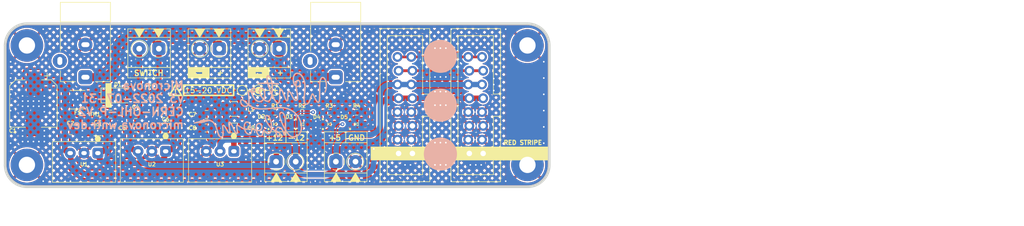
<source format=kicad_pcb>
(kicad_pcb (version 20211014) (generator pcbnew)
  (title_block (title "Micronova") (date "2022-07-31") (rev "v3") (company "Winterbloom") (comment 1 "Alethea Flowers") (comment 2 "CERN-OHL-P V2") (comment 3 "micronova.wntr.dev"))
  (layers (0 "F.Cu" signal) (31 "B.Cu" signal) (34 "B.Paste" user) (35 "F.Paste" user) (36 "B.SilkS" user "B.Silkscreen") (37 "F.SilkS" user "F.Silkscreen") (38 "B.Mask" user) (39 "F.Mask" user) (44 "Edge.Cuts" user))
  (net 0 "")
  (net 1 "GND")
  (net 2 "+12V")
  (net 3 "-12V")
  (net 4 "+5V")
  (net 5 "Net-(D1-Pad1)")
  (net 6 "Net-(D1-Pad2)")
  (net 7 "Net-(C9-Pad1)")
  (net 8 "Net-(D2-Pad1)")
  (net 9 "+VDC")
  (net 10 "+15V")
  (net 11 "Net-(D3-Pad1)")
  (net 12 "Net-(D4-Pad1)")
  (net 15 "/CV")
  (net 16 "/GATE")
  (net 17 "Net-(D5-Pad1)")
  (footprint "Diode_SMD:D_SOD-128" (layer "F.Cu") (at 79.2 106.275)
    (fp_text reference "D1")
    (fp_text value "BARRIER")
  )
  (footprint "winterbloom:TerminalBlock_4UCON_1x02_P3.50mm_Horizontal" (layer "F.Cu") (at 86.7 97.675 180)
    (fp_text reference "SW1" hide)
    (fp_text value "ON/OFF" hide)
  )
  (footprint "Jumper:SolderJumper-2_P1.3mm_Bridged2Bar_RoundedPad1.0x1.5mm" (layer "F.Cu") (at 85 105.675 180)
    (fp_text reference "JP1" hide)
    (fp_text value "SWITCH" hide)
  )
  (footprint "Resistor_SMD:R_1812_4532Metric_Pad1.30x3.40mm_HandSolder" (layer "F.Cu") (at 71.8 107.075 180)
    (fp_text reference "F1")
    (fp_text value "1.5A")
  )
  (footprint "winterbloom:TerminalBlock_4UCON_1x02_P3.50mm_Horizontal" (layer "F.Cu") (at 108.35 118.475)
    (fp_text reference "J3" hide)
    (fp_text value "DC OUT" hide)
  )
  (footprint "winterbloom:LED_0805_Kingbright_APT2012" (layer "F.Cu") (at 108.1 111.575)
    (fp_text reference "D2")
    (fp_text value "+12V" hide)
  )
  (footprint "Capacitor_SMD:C_1206_3216Metric_Pad1.33x1.80mm_HandSolder" (layer "F.Cu") (at 88 112.275 180)
    (fp_text reference "C6")
    (fp_text value "10u")
  )
  (footprint "winterbloom:LED_0805_Kingbright_APT2012" (layer "F.Cu") (at 118.1 111.575)
    (fp_text reference "D4")
    (fp_text value "5V" hide)
  )
  (footprint "winterbloom:TerminalBlock_4UCON_1x02_P3.50mm_Horizontal" (layer "F.Cu") (at 97.8 97.675 180)
    (fp_text reference "J2" hide)
    (fp_text value "DC THRU" hide)
  )
  (footprint "MountingHole:MountingHole_3mm_Pad" (layer "F.Cu") (at 154.5 97.075)
    (fp_text reference "H3" hide)
    (fp_text value "GND")
  )
  (footprint "Capacitor_SMD:CP_Elec_8x10.5" (layer "F.Cu") (at 63.7 107.775 -90)
    (fp_text reference "C1")
    (fp_text value "100u")
  )
  (footprint "winterbloom:LED_0805_Kingbright_APT2012" (layer "F.Cu") (at 123.1 111.575)
    (fp_text reference "D5")
    (fp_text value "DC IN" hide)
  )
  (footprint "Resistor_SMD:R_0805_2012Metric_Pad1.20x1.40mm_HandSolder" (layer "F.Cu") (at 77.9 109.725)
    (fp_text reference "TH1")
    (fp_text value "MOV")
  )
  (footprint "winterbloom:Converter_DCDC_CUI_P78E-1000_THT" (layer "F.Cu") (at 88 116.575 180)
    (fp_text reference "U2")
    (fp_text value "P78E12-1000")
  )
  (footprint "Capacitor_SMD:C_0805_2012Metric_Pad1.18x1.45mm_HandSolder" (layer "F.Cu") (at 95.5 112.275)
    (fp_text reference "C8")
    (fp_text value "4.7u")
  )
  (footprint "winterbloom:Converter_DCDC_CUI_VX78-500_THT" (layer "F.Cu") (at 75.54 116.9 180)
    (fp_text reference "U1")
    (fp_text value "VX7805-500")
  )
  (footprint "Resistor_SMD:R_0603_1608Metric_Pad0.98x0.95mm_HandSolder" (layer "F.Cu") (at 113.1 109.375 180)
    (fp_text reference "R2")
    (fp_text value "5.1k")
  )
  (footprint "Resistor_SMD:R_0603_1608Metric_Pad0.98x0.95mm_HandSolder" (layer "F.Cu") (at 123.1 109.375)
    (fp_text reference "R4")
    (fp_text value "5.1k")
  )
  (footprint "Resistor_SMD:R_0603_1608Metric_Pad0.98x0.95mm_HandSolder" (layer "F.Cu") (at 108.1 109.375 180)
    (fp_text reference "R1")
    (fp_text value "5.1k")
  )
  (footprint "Symbol:Symbol_Barrel_Polarity" (layer "F.Cu") (at 105.1 105.275)
    (fp_text reference "POLARITY" hide)
    (fp_text value "Symbol_Barrel_Polarity")
  )
  (footprint "winterbloom:LED_0805_Kingbright_APT2012" (layer "F.Cu") (at 113.1 111.575)
    (fp_text reference "D3")
    (fp_text value "-12V" hide)
  )
  (footprint "Capacitor_SMD:C_0805_2012Metric_Pad1.18x1.45mm_HandSolder" (layer "F.Cu") (at 82.5 112.275)
    (fp_text reference "C5")
    (fp_text value "4.7u")
  )
  (footprint "winterbloom:Eurorack_Power_2x8_Shrouded_Lock" (layer "F.Cu") (at 133.2525 116.965 180)
    (fp_text reference "J7" hide)
    (fp_text value "Eurorack Power" hide)
  )
  (footprint "Resistor_SMD:R_0603_1608Metric_Pad0.98x0.95mm_HandSolder" (layer "F.Cu") (at 118.1 109.375)
    (fp_text reference "R3")
    (fp_text value "5.1k")
  )
  (footprint "MountingHole:MountingHole_3mm_Pad" (layer "F.Cu") (at 62.5 97.075 -90)
    (fp_text reference "H1" hide)
    (fp_text value "GND")
  )
  (footprint "Capacitor_SMD:C_1206_3216Metric_Pad1.33x1.80mm_HandSolder" (layer "F.Cu") (at 75.5 112.775 180)
    (fp_text reference "C3")
    (fp_text value "10u")
  )
  (footprint "MountingHole:MountingHole_3mm_Pad" (layer "F.Cu") (at 62.5 119.075)
    (fp_text reference "H2" hide)
    (fp_text value "GND")
  )
  (footprint "winterbloom:TerminalBlock_4UCON_1x02_P3.50mm_Horizontal" (layer "F.Cu") (at 119.34 118.475)
    (fp_text reference "J6" hide)
    (fp_text value "DC OUT" hide)
  )
  (footprint "winterbloom:Eurorack_Power_2x8_Shrouded_Lock" (layer "F.Cu") (at 146.2525 116.965 180)
    (fp_text reference "J8" hide)
    (fp_text value "Eurorack Power" hide)
  )
  (footprint "winterbloom:Converter_DCDC_CUI_P78E-1000_THT" (layer "F.Cu") (at 100.54 116.5675 180)
    (fp_text reference "U3")
    (fp_text value "P78E12-1000")
  )
  (footprint "Inductor_SMD:L_1210_3225Metric_Pad1.42x2.65mm_HandSolder" (layer "F.Cu") (at 100.5 108.775 180)
    (fp_text reference "L1")
    (fp_text value "10uH")
  )
  (footprint "Capacitor_SMD:C_0805_2012Metric_Pad1.18x1.45mm_HandSolder" (layer "F.Cu") (at 95.5 109.775)
    (fp_text reference "C7")
    (fp_text value "22u")
  )
  (footprint "Capacitor_SMD:C_0805_2012Metric_Pad1.18x1.45mm_HandSolder" (layer "F.Cu") (at 82.5 109.775)
    (fp_text reference "C4")
    (fp_text value "22u")
  )
  (footprint "winterbloom:BarrelJack_CUI_PJ-102AH_Horizontal" (layer "F.Cu") (at 119.25 102.925 180)
    (fp_text reference "J5" hide)
    (fp_text value "DC IN")
  )
  (footprint "winterbloom:BarrelJack_CUI_PJ-102AH_Horizontal" (layer "F.Cu") (at 73.25 102.925 180)
    (fp_text reference "J1" hide)
    (fp_text value "DC THRU")
  )
  (footprint "winterbloom:TerminalBlock_4UCON_1x02_P3.50mm_Horizontal" (layer "F.Cu") (at 108.8 97.675 180)
    (fp_text reference "J4" hide)
    (fp_text value "DC IN" hide)
  )
  (footprint "Capacitor_SMD:C_0805_2012Metric_Pad1.18x1.45mm_HandSolder" (layer "F.Cu") (at 70.5 112.775)
    (fp_text reference "C2")
    (fp_text value "22u")
  )
  (footprint "MountingHole:MountingHole_3mm_Pad" (layer "F.Cu") (at 154.5 119.075 -90)
    (fp_text reference "H4" hide)
    (fp_text value "GND")
  )
  (footprint "Capacitor_SMD:C_1206_3216Metric_Pad1.33x1.80mm_HandSolder" (layer "F.Cu") (at 100.5 112.275)
    (fp_text reference "C9")
    (fp_text value "10u")
  )
  (footprint "LOGO" (layer "B.Cu") (at 105.4 108.075 180)
    (fp_text reference "WNTR" hide)
    (fp_text value "LOGO" hide)
  )
  (footprint "Symbol:OSHW-Logo_5.7x6mm_Copper" (layer "B.Cu") (at 154.5 111.075 180)
    (fp_text reference "OSHW" hide)
    (fp_text value "OSHW-Logo_5.7x6mm_Copper" hide)
  )
  (gr_circle (center 138.5 108.075) (end 141.5 108.075) (layer "B.SilkS") (width 0.1) (fill solid))
  (gr_circle (center 138.5 99.075) (end 141.5 99.075) (layer "B.SilkS") (width 0.1) (fill solid))
  (gr_circle (center 138.5 117.075) (end 141.5 117.075) (layer "B.SilkS") (width 0.1) (fill solid))
  (gr_rect (start 106.19 115.015) (end 110.1 112.975) (layer "F.SilkS") (width 0.12) (fill none))
  (gr_rect (start 121.1 112.975) (end 125 115.015) (layer "F.SilkS") (width 0.12) (fill none))
  (gr_rect (start 110.1 115.015) (end 114.01 112.975) (layer "F.SilkS") (width 0.12) (fill none))
  (gr_rect (start 117.17 115.015) (end 121.1 112.975) (layer "F.SilkS") (width 0.12) (fill none))
  (gr_rect (start 94.7 101.155) (end 96.06 103.07) (layer "F.SilkS") (width 0) (fill solid))
  (gr_rect (start 103.16 102.275) (end 106.96 103.075) (layer "F.SilkS") (width 0) (fill solid))
  (gr_rect (start 125.75 115.775) (end 158.5 118.175) (layer "F.SilkS") (width 0.12) (fill solid))
  (gr_rect (start 92.17 102.295) (end 95.97 103.095) (layer "F.SilkS") (width 0) (fill solid))
  (gr_rect (start 81.04 103.045) (end 88.86 101.135) (layer "F.SilkS") (width 0.12) (fill none))
  (gr_poly (pts (xy 90.9 106.275) (xy 88.7 106.275) (xy 89.8 104.375)) (layer "F.SilkS") (width 0.3) (fill none))
  (gr_rect (start 103.14 101.135) (end 107.05 101.975) (layer "F.SilkS") (width 0) (fill solid))
  (gr_rect (start 92.14 103.075) (end 99.96 101.135) (layer "F.SilkS") (width 0.12) (fill none))
  (gr_rect (start 103.14 101.135) (end 104.56 103.05) (layer "F.SilkS") (width 0) (fill solid))
  (gr_rect (start 92.15 101.155) (end 93.57 103.07) (layer "F.SilkS") (width 0) (fill solid))
  (gr_rect (start 103.14 103.075) (end 110.96 101.135) (layer "F.SilkS") (width 0.12) (fill none))
  (gr_rect (start 92.15 101.155) (end 96.06 101.995) (layer "F.SilkS") (width 0) (fill solid))
  (gr_rect (start 91.3 104.375) (end 100.5 106.275) (layer "F.SilkS") (width 0.3) (fill none))
  (gr_rect (start 105.69 101.135) (end 107.05 103.05) (layer "F.SilkS") (width 0) (fill solid))
  (gr_line (start 154.5 93.075) (end 62.5 93.075) (layer "Edge.Cuts") (width 0.5))
  (gr_arc (start 58.5 97.075) (mid 59.671573 94.246573) (end 62.5 93.075) (layer "Edge.Cuts") (width 0.5))
  (gr_arc (start 158.5 119.1) (mid 157.328427 121.928427) (end 154.5 123.1) (layer "Edge.Cuts") (width 0.5))
  (gr_arc (start 154.5 93.075) (mid 157.328427 94.246573) (end 158.5 97.075) (layer "Edge.Cuts") (width 0.5))
  (gr_line (start 58.5 97.075) (end 58.5 119.1) (layer "Edge.Cuts") (width 0.5))
  (gr_line (start 62.5 123.1) (end 154.5 123.1) (layer "Edge.Cuts") (width 0.5))
  (gr_arc (start 62.5 123.1) (mid 59.671573 121.928427) (end 58.5 119.1) (layer "Edge.Cuts") (width 0.5))
  (gr_line (start 158.5 119.1) (end 158.5 97.075) (layer "Edge.Cuts") (width 0.5))
  (gr_text "${TITLE}\n${REVISION} ${ISSUE_DATE}\n${COMMENT2}\n${COMMENT3}" (at 91.5 108.075) (layer "B.SilkS") (effects (font (size 1.5 1.5) (thickness 0.3)) (justify left mirror)))
  (gr_text "SWITCH" (at 84.9 102.175) (layer "F.SilkS") (effects (font (size 1 1) (thickness 0.2))))
  (gr_text "+12" (at 108 114.075) (layer "F.SilkS") (effects (font (size 1 1) (thickness 0.2))))
  (gr_text "+" (at 109.06 102.075) (layer "F.SilkS") (effects (font (size 1 1) (thickness 0.2))))
  (gr_text "GND" (at 123.1 114.075) (layer "F.SilkS") (effects (font (size 1 1) (thickness 0.2))))
  (gr_text "15-20 VDC" (at 100.3 105.375) (layer "F.SilkS") (effects (font (size 1 1)) (justify right)))
  (gr_text "+5" (at 119.1 114.075) (layer "F.SilkS") (effects (font (size 1 1) (thickness 0.2))))
  (gr_text "+" (at 98.05 102.075) (layer "F.SilkS") (effects (font (size 1 1) (thickness 0.2))))
  (gr_text "RED STRIPE" (at 153.65 114.975) (layer "F.SilkS") (effects (font (size 0.8 0.8) (thickness 0.2))))
  (gr_text "-12" (at 112 114.075) (layer "F.SilkS") (effects (font (size 1 1) (thickness 0.2))))
  (gr_text "!" (at 89.8 105.575) (layer "F.SilkS") (effects (font (size 0.7 0.7))))
  (via (at 126.1 106.375) (size 0.7) (drill 0.3) (layers "F.Cu" "B.Cu") (net 1))
  (via (at 94.45 108.325) (size 0.7) (drill 0.3) (layers "F.Cu" "B.Cu") (net 1))
  (via (at 72.7 112.775) (size 0.7) (drill 0.3) (layers "F.Cu" "B.Cu") (net 1))
  (via (at 90.5 122.075) (size 0.7) (drill 0.3) (layers "F.Cu" "B.Cu") (net 1))
  (via (at 113.15 116.075) (size 0.7) (drill 0.3) (layers "F.Cu" "B.Cu") (net 1))
  (via (at 115.6 113.675) (size 0.7) (drill 0.3) (layers "F.Cu" "B.Cu") (net 1))
  (via (at 90.5 97.275) (size 0.7) (drill 0.3) (layers "F.Cu" "B.Cu") (net 1))
  (via (at 148.3 105.375) (size 0.7) (drill 0.3) (layers "F.Cu" "B.Cu") (net 1))
  (via (at 61.7 107.325) (size 0.7) (drill 0.3) (layers "F.Cu" "B.Cu") (net 1))
  (via (at 120.5 122.075) (size 0.7) (drill 0.3) (layers "F.Cu" "B.Cu") (net 1))
  (via (at 61.7 114.775) (size 0.7) (drill 0.3) (layers "F.Cu" "B.Cu") (net 1))
  (via (at 80 111.075) (size 0.7) (drill 0.3) (layers "F.Cu" "B.Cu") (net 1))
  (via (at 150.5 94.075) (size 0.7) (drill 0.3) (layers "F.Cu" "B.Cu") (net 1))
  (via (at 137.5 97.575) (size 0.7) (drill 0.3) (layers "F.Cu" "B.Cu") (net 1))
  (via (at 59.5 106.075) (size 0.7) (drill 0.3) (layers "F.Cu" "B.Cu") (net 1))
  (via (at 84.9 112.275) (size 0.7) (drill 0.3) (layers "F.Cu" "B.Cu") (net 1))
  (via (at 121.35 102.925) (size 0.7) (drill 0.3) (layers "F.Cu" "B.Cu") (net 1))
  (via (at 77.4 119.825) (size 0.7) (drill 0.3) (layers "F.Cu" "B.Cu") (net 1))
  (via (at 115.6 112.175) (size 0.7) (drill 0.3) (layers "F.Cu" "B.Cu") (net 1))
  (via (at 139.5 108.075) (size 0.7) (drill 0.3) (layers "F.Cu" "B.Cu") (net 1))
  (via (at 157.5 115.075) (size 0.7) (drill 0.3) (layers "F.Cu" "B.Cu") (net 1))
  (via (at 157.5 109.075) (size 0.7) (drill 0.3) (layers "F.Cu" "B.Cu") (net 1))
  (via (at 100.6 112.25) (size 0.7) (drill 0.3) (layers "F.Cu" "B.Cu") (net 1))
  (via (at 102.75 118.075) (size 0.7) (drill 0.3) (layers "F.Cu" "B.Cu") (net 1))
  (via (at 88.3 99.875) (size 0.7) (drill 0.3) (layers "F.Cu" "B.Cu") (net 1))
  (via (at 65.7 106.375) (size 0.7) (drill 0.3) (layers "F.Cu" "B.Cu") (net 1))
  (via (at 93.15 108.925) (size 0.7) (drill 0.3) (layers "F.Cu" "B.Cu") (net 1))
  (via (at 61.7 108.275) (size 0.7) (drill 0.3) (layers "F.Cu" "B.Cu") (net 1))
  (via (at 135.5 94.075) (size 0.7) (drill 0.3) (layers "F.Cu" "B.Cu") (net 1))
  (via (at 61.7 109.275) (size 0.7) (drill 0.3) (layers "F.Cu" "B.Cu") (net 1))
  (via (at 135.5 122.075) (size 0.7) (drill 0.3) (layers "F.Cu" "B.Cu") (net 1))
  (via (at 70.95 107.075) (size 0.7) (drill 0.3) (layers "F.Cu" "B.Cu") (net 1))
  (via (at 88.3 101.875) (size 0.7) (drill 0.3) (layers "F.Cu" "B.Cu") (net 1))
  (via (at 139.5 97.575) (size 0.7) (drill 0.3) (layers "F.Cu" "B.Cu") (net 1))
  (via (at 140.5 94.075) (size 0.7) (drill 0.3) (layers "F.Cu" "B.Cu") (net 1))
  (via (at 128.05 102.975) (size 0.7) (drill 0.3) (layers "F.Cu" "B.Cu") (net 1))
  (via (at 59.5 103.075) (size 0.7) (drill 0.3) (layers "F.Cu" "B.Cu") (net 1))
  (via (at 115.6 106.375) (size 0.7) (drill 0.3) (layers "F.Cu" "B.Cu") (net 1))
  (via (at 64.7 114.775) (size 0.7) (drill 0.3) (layers "F.Cu" "B.Cu") (net 1))
  (via (at 59.5 109.075) (size 0.7) (drill 0.3) (layers "F.Cu" "B.Cu") (net 1))
  (via (at 86.4 110.575) (size 0.7) (drill 0.3) (layers "F.Cu" "B.Cu") (net 1))
  (via (at 115.6 116.075) (size 0.7) (drill 0.3) (layers "F.Cu" "B.Cu") (net 1))
  (via (at 114.2 119.775) (size 0.7) (drill 0.3) (layers "F.Cu" "B.Cu") (net 1))
  (via (at 138.5 102.875) (size 0.7) (drill 0.3) (layers "F.Cu" "B.Cu") (net 1))
  (via (at 133 119.075) (size 0.7) (drill 0.3) (layers "F.Cu" "B.Cu") (net 1))
  (via (at 63.7 108.275) (size 0.7) (drill 0.3) (layers "F.Cu" "B.Cu") (net 1))
  (via (at 77.575 96.175) (size 0.7) (drill 0.3) (layers "F.Cu" "B.Cu") (net 1))
  (via (at 65.7 113.775) (size 0.7) (drill 0.3) (layers "F.Cu" "B.Cu") (net 1))
  (via (at 130.5 94.075) (size 0.7) (drill 0.3) (layers "F.Cu" "B.Cu") (net 1))
  (via (at 117.3 104.875) (size 0.7) (drill 0.3) (layers "F.Cu" "B.Cu") (net 1))
  (via (at 138.5 119.075) (size 0.7) (drill 0.3) (layers "F.Cu" "B.Cu") (net 1))
  (via (at 75.5 122.075) (size 0.7) (drill 0.3) (layers "F.Cu" "B.Cu") (net 1))
  (via (at 145.5 94.075) (size 0.7) (drill 0.3) (layers "F.Cu" "B.Cu") (net 1))
  (via (at 65.7 114.775) (size 0.7) (drill 0.3) (layers "F.Cu" "B.Cu") (net 1))
  (via (at 132 119.075) (size 0.7) (drill 0.3) (layers "F.Cu" "B.Cu") (net 1))
  (via (at 59.5 115.075) (size 0.7) (drill 0.3) (layers "F.Cu" "B.Cu") (net 1))
  (via (at 150.5 122.075) (size 0.7) (drill 0.3) (layers "F.Cu" "B.Cu") (net 1))
  (via (at 59.5 100.075) (size 0.7) (drill 0.3) (layers "F.Cu" "B.Cu") (net 1))
  (via (at 65.5 122.075) (size 0.7) (drill 0.3) (layers "F.Cu" "B.Cu") (net 1))
  (via (at 62.7 114.775) (size 0.7) (drill 0.3) (layers "F.Cu" "B.Cu") (net 1))
  (via (at 115.6 111.025) (size 0.7) (drill 0.3) (layers "F.Cu" "B.Cu") (net 1))
  (via (at 120.7 106.375) (size 0.7) (drill 0.3) (layers "F.Cu" "B.Cu") (net 1))
  (via (at 138.5 114.975) (size 0.7) (drill 0.3) (layers "F.Cu" "B.Cu") (net 1))
  (via (at 112.05 100.225) (size 0.7) (drill 0.3) (layers "F.Cu" "B.Cu") (net 1))
  (via (at 80.5 94.075) (size 0.7) (drill 0.3) (layers "F.Cu" "B.Cu") (net 1))
  (via (at 61.7 106.375) (size 0.7) (drill 0.3) (layers "F.Cu" "B.Cu") (net 1))
  (via (at 84.9 113.575) (size 0.7) (drill 0.3) (layers "F.Cu" "B.Cu") (net 1))
  (via (at 89.45 106.125) (size 0.7) (drill 0.3) (layers "F.Cu" "B.Cu") (net 1))
  (via (at 139.5 119.075) (size 0.7) (drill 0.3) (layers "F.Cu" "B.Cu") (net 1))
  (via (at 103.5 111.325) (size 0.7) (drill 0.3) (layers "F.Cu" "B.Cu") (net 1))
  (via (at 89.5 118.075) (size 0.7) (drill 0.3) (layers "F.Cu" "B.Cu") (net 1))
  (via (at 137.5 114.975) (size 0.7) (drill 0.3) (layers "F.Cu" "B.Cu") (net 1))
  (via (at 118.1 113.675) (size 0.7) (drill 0.3) (layers "F.Cu" "B.Cu") (net 1))
  (via (at 87.7 106.675) (size 0.7) (drill 0.3) (layers "F.Cu" "B.Cu") (net 1))
  (via (at 102 105.325) (size 0.7) (drill 0.3) (layers "F.Cu" "B.Cu") (net 1))
  (via (at 91 112.275) (size 0.7) (drill 0.3) (layers "F.Cu" "B.Cu") (net 1))
  (via (at 137.5 108.075) (size 0.7) (drill 0.3) (layers "F.Cu" "B.Cu") (net 1))
  (via (at 106 109.175) (size 0.7) (drill 0.3) (layers "F.Cu" "B.Cu") (net 1))
  (via (at 157.5 112.075) (size 0.7) (drill 0.3) (layers "F.Cu" "B.Cu") (net 1))
  (via (at 118.1 116.075) (size 0.7) (drill 0.3) (layers "F.Cu" "B.Cu") (net 1))
  (via (at 125.5 94.075) (size 0.7) (drill 0.3) (layers "F.Cu" "B.Cu") (net 1))
  (via (at 157.5 103.075) (size 0.7) (drill 0.3) (layers "F.Cu" "B.Cu") (net 1))
  (via (at 146 119.075) (size 0.7) (drill 0.3) (layers "F.Cu" "B.Cu") (net 1))
  (via (at 84.9 108.975) (size 0.7) (drill 0.3) (layers "F.Cu" "B.Cu") (net 1))
  (via (at 65.7 107.325) (size 0.7) (drill 0.3) (layers "F.Cu" "B.Cu") (net 1))
  (via (at 61.7 113.775) (size 0.7) (drill 0.3) (layers "F.Cu" "B.Cu") (net 1))
  (via (at 145.5 122.075) (size 0.7) (drill 0.3) (layers "F.Cu" "B.Cu") (net 1))
  (via (at 65.7 112.775) (size 0.7) (drill 0.3) (layers "F.Cu" "B.Cu") (net 1))
  (via (at 101.65 97.275) (size 0.7) (drill 0.3) (layers "F.Cu" "B.Cu") (net 1))
  (via (at 107.1 100.375) (size 0.7) (drill 0.3) (layers "F.Cu" "B.Cu") (net 1))
  (via (at 79.25 106.275) (size 0.7) (drill 0.3) (layers "F.Cu" "B.Cu") (net 1))
  (via (at 81.7 103.675) (size 0.7) (drill 0.3) (layers "F.Cu" "B.Cu") (net 1))
  (via (at 65.7 108.275) (size 0.7) (drill 0.3) (layers "F.Cu" "B.Cu") (net 1))
  (via (at 139.5 114.975) (size 0.7) (drill 0.3) (layers "F.Cu" "B.Cu") (net 1))
  (via (at 138.5 97.575) (size 0.7) (drill 0.3) (layers "F.Cu" "B.Cu") (net 1))
  (via (at 120.25 109.375) (size 0.7) (drill 0.3) (layers "F.Cu" "B.Cu") (net 1))
  (via (at 157.5 100.075) (size 0.7) (drill 0.3) (layers "F.Cu" "B.Cu") (net 1))
  (via (at 62.7 108.275) (size 0.7) (drill 0.3) (layers "F.Cu" "B.Cu") (net 1))
  (via (at 84.9 111.075) (size 0.7) (drill 0.3) (layers "F.Cu" "B.Cu") (net 1))
  (via (at 121.35 101.075) (size 0.7) (drill 0.3) (layers "F.Cu" "B.Cu") (net 1))
  (via (at 144 119.075) (size 0.7) (drill 0.3) (layers "F.Cu" "B.Cu") (net 1))
  (via (at 95.8 107.425) (size 0.7) (drill 0.3) (layers "F.Cu" "B.Cu") (net 1))
  (via (at 145 119.075) (size 0.7) (drill 0.3) (layers "F.Cu" "B.Cu") (net 1))
  (via (at 126.1 111.675) (size 0.7) (drill 0.3) (layers "F.Cu" "B.Cu") (net 1))
  (via (at 103.5 113.125) (size 0.7) (drill 0.3) (layers "F.Cu" "B.Cu") (net 1))
  (via (at 78.6 112.775) (size 0.7) (drill 0.3) (layers "F.Cu" "B.Cu") (net 1))
  (via (at 140.5 122.075) (size 0.7) (drill 0.3) (layers "F.Cu" "B.Cu") (net 1))
  (via (at 65.5 94.075) (size 0.7) (drill 0.3) (layers "F.Cu" "B.Cu") (net 1))
  (via (at 95.8 105.325) (size 0.7) (drill 0.3) (layers "F.Cu" "B.Cu") (net 1))
  (via (at 75.5 112.775) (size 0.7) (drill 0.3) (layers "F.Cu" "B.Cu") (net 1))
  (via (at 71.85 107.075) (size 0.7) (drill 0.3) (layers "F.Cu" "B.Cu") (net 1))
  (via (at 106.2 118.075) (size 0.7) (drill 0.3) (layers "F.Cu" "B.Cu") (net 1))
  (via (at 126.25 116.125) (size 0.7) (drill 0.3) (layers "F.Cu" "B.Cu") (net 1))
  (via (at 115.5 122.075) (size 0.7) (drill 0.3) (layers "F.Cu" "B.Cu") (net 1))
  (via (at 63.7 107.325) (size 0.7) (drill 0.3) (layers "F.Cu" "B.Cu") (net 1))
  (via (at 94.45 113.825) (size 0.7) (drill 0.3) (layers "F.Cu" "B.Cu") (net 1))
  (via (at 148.3 103.175) (size 0.7) (drill 0.3) (layers "F.Cu" "B.Cu") (net 1))
  (via (at 139.5 102.875) (size 0.7) (drill 0.3) (layers "F.Cu" "B.Cu") (net 1))
  (via (at 79.25 117.575) (size 0.7) (drill 0.3) (layers "F.Cu" "B.Cu") (net 1))
  (via (at 113.15 113.675) (size 0.7) (drill 0.3) (layers "F.Cu" "B.Cu") (net 1))
  (via (at 61.7 112.775) (size 0.7) (drill 0.3) (layers "F.Cu" "B.Cu") (net 1))
  (via (at 139.5 105.575) (size 0.7) (drill 0.3) (layers "F.Cu" "B.Cu") (net 1))
  (via (at 93.15 113.375) (size 0.7) (drill 0.3) (layers "F.Cu" "B.Cu") (net 1))
  (via (at 115.5 94.075) (size 0.7) (drill 0.3) (layers "F.Cu" "B.Cu") (net 1))
  (via (at 95.5 122.075) (size 0.7) (drill 0.3) (layers "F.Cu" "B.Cu") (net 1))
  (via (at 64.7 107.325) (size 0.7) (drill 0.3) (layers "F.Cu" "B.Cu") (net 1))
  (via (at 120.5 94.075) (size 0.7) (drill 0.3) (layers "F.Cu" "B.Cu") (net 1))
  (via (at 64.7 108.275) (size 0.7) (drill 0.3) (layers "F.Cu" "B.Cu") (net 1))
  (via (at 65.7 109.275) (size 0.7) (drill 0.3) (layers "F.Cu" "B.Cu") (net 1))
  (via (at 81.3 119.825) (size 0.7) (drill 0.3) (layers "F.Cu" "B.Cu") (net 1))
  (via (at 157.5 106.075) (size 0.7) (drill 0.3) (layers "F.Cu" "B.Cu") (net 1))
  (via (at 63.7 114.775) (size 0.7) (drill 0.3) (layers "F.Cu" "B.Cu") (net 1))
  (via (at 110.5 122.075) (size 0.7) (drill 0.3) (layers "F.Cu" "B.Cu") (net 1))
  (via (at 75.5 94.075) (size 0.7) (drill 0.3) (layers "F.Cu" "B.Cu") (net 1))
  (via (at 80.5 122.075) (size 0.7) (drill 0.3) (layers "F.Cu" "B.Cu") (net 1))
  (via (at 91.7 108.475) (size 0.7) (drill 0.3) (layers "F.Cu" "B.Cu") (net 1))
  (via (at 81.7 101.875) (size 0.7) (drill 0.3) (layers "F.Cu" "B.Cu") (net 1))
  (via (at 70.5 122.075) (size 0.7) (drill 0.3) (layers "F.Cu" "B.Cu") (net 1))
  (via (at 93.15 111.025) (size 0.7) (drill 0.3) (layers "F.Cu" "B.Cu") (net 1))
  (via (at 88.3 103.675) (size 0.7) (drill 0.3) (layers "F.Cu" "B.Cu") (net 1))
  (via (at 100.5 122.075) (size 0.7) (drill 0.3) (layers "F.Cu" "B.Cu") (net 1))
  (via (at 72.7 113.925) (size 0.7) (drill 0.3) (layers "F.Cu" "B.Cu") (net 1))
  (via (at 81.7 100.875) (size 0.7) (drill 0.3) (layers "F.Cu" "B.Cu") (net 1))
  (via (at 105.5 122.075) (size 0.7) (drill 0.3) (layers "F.Cu" "B.Cu") (net 1))
  (via (at 91.75 118.075) (size 0.7) (drill 0.3) (layers "F.Cu" "B.Cu") (net 1))
  (via (at 85.5 122.075) (size 0.7) (drill 0.3) (layers "F.Cu" "B.Cu") (net 1))
  (via (at 115.6 119.775) (size 0.7) (drill 0.3) (layers "F.Cu" "B.Cu") (net 1))
  (via (at 138.5 108.075) (size 0.7) (drill 0.3) (layers "F.Cu" "B.Cu") (net 1))
  (via (at 137.5 119.075) (size 0.7) (drill 0.3) (layers "F.Cu" "B.Cu") (net 1))
  (via (at 59.5 112.075) (size 0.7) (drill 0.3) (layers "F.Cu" "B.Cu") (net 1))
  (via (at 110.65 106.375) (size 0.7) (drill 0.3) (layers "F.Cu" "B.Cu") (net 1))
  (via (at 70.5 94.075) (size 0.7) (drill 0.3) (layers "F.Cu" "B.Cu") (net 1))
  (via (at 130.5 122.075) (size 0.7) (drill 0.3) (layers "F.Cu" "B.Cu") (net 1))
  (via (at 110 94.075) (size 0.7) (drill 0.3) (layers "F.Cu" "B.Cu") (net 1))
  (via (at 81.7 99.875) (size 0.7) (drill 0.3) (layers "F.Cu" "B.Cu") (net 1))
  (via (at 62.7 107.325) (size 0.7) (drill 0.3) (layers "F.Cu" "B.Cu") (net 1))
  (via (at 88.3 100.875) (size 0.7) (drill 0.3) (layers "F.Cu" "B.Cu") (net 1))
  (via (at 121.35 104.875) (size 0.7) (drill 0.3) (layers "F.Cu" "B.Cu") (net 1))
  (via (at 80.55 99.325) (size 0.7) (drill 0.3) (layers "F.Cu" "B.Cu") (net 1))
  (via (at 87.975 112.25) (size 0.7) (drill 0.3) (layers "F.Cu" "B.Cu") (net 1))
  (via (at 148.3 104.275) (size 0.7) (drill 0.3) (layers "F.Cu" "B.Cu") (net 1))
  (via (at 116.9 119.775) (size 0.7) (drill 0.3) (layers "F.Cu" "B.Cu") (net 1))
  (via (at 137.5 105.575) (size 0.7) (drill 0.3) (layers "F.Cu" "B.Cu") (net 1))
  (via (at 125.5 122.075) (size 0.7) (drill 0.3) (layers "F.Cu" "B.Cu") (net 1))
  (via (at 138.5 105.575) (size 0.7) (drill 0.3) (layers "F.Cu" "B.Cu") (net 1))
  (via (at 86.4 109.125) (size 0.7) (drill 0.3) (layers "F.Cu" "B.Cu") (net 1))
  (via (at 137.5 102.875) (size 0.7) (drill 0.3) (layers "F.Cu" "B.Cu") (net 1))
  (segment (start 108.35 115.425) (end 108.35 112.5) (width 0.2) (layer "F.Cu") (net 2))
  (segment (start 127.45 113.025) (end 127.45 108.525) (width 1) (layer "F.Cu") (net 2))
  (segment (start 109.75 114.875) (end 125.6 114.875) (width 1) (layer "F.Cu") (net 2))
  (segment (start 81.4625 115.0775) (end 81.4625 112.275) (width 1) (layer "F.Cu") (net 2))
  (segment (start 108.35 118.475) (end 108.35 116.275) (width 1) (layer "F.Cu") (net 2))
  (segment (start 129.17 106.805) (end 130.7125 106.805) (width 1) (layer "F.Cu") (net 2))
  (segment (start 81.4625 109.775) (end 81.4625 112.275) (width 1) (layer "F.Cu") (net 2))
  (segment (start 130.7125 106.805) (end 146.2525 106.805) (width 1) (layer "F.Cu") (net 2))
  (arc (start 82.96 116.575) (mid 81.901108 116.136392) (end 81.4625 115.0775) (width 1) (layer "F.Cu") (net 2))
  (arc (start 125.6 114.875) (mid 126.908148 114.333148) (end 127.45 113.025) (width 1) (layer "F.Cu") (net 2))
  (arc (start 108.35 116.275) (mid 108.760051 115.285051) (end 109.75 114.875) (width 1) (layer "F.Cu") (net 2))
  (arc (start 108.35 112.5) (mid 108.620926 111.845926) (end 109.275 111.575) (width 0.2) (layer "F.Cu") (net 2))
  (arc (start 127.45 108.525) (mid 127.953776 107.308776) (end 129.17 106.805) (width 1) (layer "F.Cu") (net 2))
  (segment (start 82.96 116.575) (end 82.96 116.735) (width 1) (layer "B.Cu") (net 2))
  (segment (start 85.4 119.175) (end 107.65 119.175) (width 1) (layer "B.Cu") (net 2))
  (arc (start 107.65 119.175) (mid 108.144975 118.969975) (end 108.35 118.475) (width 1) (layer "B.Cu") (net 2))
  (arc (start 82.96 116.735) (mid 83.674659 118.460341) (end 85.4 119.175) (width 1) (layer "B.Cu") (net 2))
  (segment (start 96.5375 109.775) (end 96.5375 112.275) (width 1) (layer "F.Cu") (net 3))
  (segment (start 98 114.875) (end 98 116.575) (width 1) (layer "F.Cu") (net 3))
  (segment (start 115.1 109.375) (end 114.0125 109.375) (width 0.2) (layer "F.Cu") (net 3))
  (segment (start 96.5375 112.275) (end 96.5375 113.4125) (width 1) (layer "F.Cu") (net 3))
  (via (at 115.1 109.375) (size 0.7) (drill 0.3) (layers "F.Cu" "B.Cu") (net 3))
  (arc (start 97.2 114.075) (mid 97.765685 114.309315) (end 98 114.875) (width 1) (layer "F.Cu") (net 3))
  (arc (start 96.5375 113.4125) (mid 96.731542 113.880958) (end 97.2 114.075) (width 1) (layer "F.Cu") (net 3))
  (segment (start 112.9 109.375) (end 115.1 109.375) (width 0.2) (layer "B.Cu") (net 3))
  (segment (start 113.95 120.875) (end 124.35 120.875) (width 1) (layer "B.Cu") (net 3))
  (segment (start 111.9 115.675) (end 111.9 118.425) (width 1) (layer "B.Cu") (net 3))
  (segment (start 111.85 118.475) (end 111.85 118.775) (width 1) (layer "B.Cu") (net 3))
  (segment (start 98 116.575) (end 98 115.675) (width 1) (layer "B.Cu") (net 3))
  (segment (start 128.25 116.975) (end 146.2425 116.975) (width 1) (layer "B.Cu") (net 3))
  (segment (start 111.9 115.675) (end 111.9 110.375) (width 0.2) (layer "B.Cu") (net 3))
  (segment (start 99.2 114.475) (end 110.7 114.475) (width 1) (layer "B.Cu") (net 3))
  (arc (start 111.9 110.375) (mid 112.192893 109.667893) (end 112.9 109.375) (width 0.2) (layer "B.Cu") (net 3))
  (arc (start 110.7 114.475) (mid 111.548528 114.826472) (end 111.9 115.675) (width 1) (layer "B.Cu") (net 3))
  (arc (start 111.85 118.775) (mid 112.465076 120.259924) (end 113.95 120.875) (width 1) (layer "B.Cu") (net 3))
  (arc (start 98 115.675) (mid 98.351472 114.826472) (end 99.2 114.475) (width 1) (layer "B.Cu") (net 3))
  (arc (start 126.2 119.025) (mid 126.800431 117.575431) (end 128.25 116.975) (width 1) (layer "B.Cu") (net 3))
  (arc (start 111.9 118.425) (mid 111.885355 118.460355) (end 111.85 118.475) (width 1) (layer "B.Cu") (net 3))
  (arc (start 124.35 120.875) (mid 125.658148 120.333148) (end 126.2 119.025) (width 1) (layer "B.Cu") (net 3))
  (arc (start 146.2425 116.975) (mid 146.249571 116.972071) (end 146.2525 116.965) (width 1) (layer "B.Cu") (net 3))
  (segment (start 120.5 111.575) (end 119.275 111.575) (width 0.2) (layer "F.Cu") (net 4))
  (segment (start 69.4625 112.775) (end 69.4625 115.8975) (width 1) (layer "F.Cu") (net 4))
  (segment (start 70.46 116.895) (end 70.46 117.035) (width 1) (layer "F.Cu") (net 4))
  (segment (start 74.3 120.875) (end 100.7 120.875) (width 1) (layer "F.Cu") (net 4))
  (segment (start 100.7 120.875) (end 116.94 120.875) (width 1) (layer "F.Cu") (net 4))
  (via (at 120.5 111.575) (size 0.7) (drill 0.3) (layers "F.Cu" "B.Cu") (net 4))
  (arc (start 116.94 120.875) (mid 118.637056 120.172056) (end 119.34 118.475) (width 1) (layer "F.Cu") (net 4))
  (arc (start 69.4625 115.8975) (mid 69.754661 116.602839) (end 70.46 116.895) (width 1) (layer "F.Cu") (net 4))
  (arc (start 70.46 117.035) (mid 71.58471 119.75029) (end 74.3 120.875) (width 1) (layer "F.Cu") (net 4))
  (segment (start 119.34 118.475) (end 119.34 116.235) (width 1) (layer "B.Cu") (net 4))
  (segment (start 143.7125 104.265) (end 133.2525 104.265) (width 1) (layer "B.Cu") (net 4))
  (segment (start 119.34 118.475) (end 119.34 112.735) (width 0.2) (layer "B.Cu") (net 4))
  (segment (start 127.45 111.475) (end 127.45 106.075) (width 1) (layer "B.Cu") (net 4))
  (segment (start 130.7125 104.265) (end 133.2525 104.265) (width 1) (layer "B.Cu") (net 4))
  (segment (start 129.25 104.275) (end 130.7025 104.275) (width 1) (layer "B.Cu") (net 4))
  (segment (start 122.05 113.525) (end 125.4 113.525) (width 1) (layer "B.Cu") (net 4))
  (segment (start 146.2525 104.265) (end 143.7125 104.265) (width 1) (layer "B.Cu") (net 4))
  (arc (start 119.34 116.235) (mid 120.133741 114.318741) (end 122.05 113.525) (width 1) (layer "B.Cu") (net 4))
  (arc (start 119.34 112.735) (mid 119.679756 111.914756) (end 120.5 111.575) (width 0.2) (layer "B.Cu") (net 4))
  (arc (start 127.45 106.075) (mid 127.977208 104.802208) (end 129.25 104.275) (width 1) (layer "B.Cu") (net 4))
  (arc (start 130.7025 104.275) (mid 130.709571 104.272071) (end 130.7125 104.265) (width 1) (layer "B.Cu") (net 4))
  (arc (start 125.4 113.525) (mid 126.849569 112.924569) (end 127.45 111.475) (width 1) (layer "B.Cu") (net 4))
  (segment (start 77 106.275) (end 74.825 106.275) (width 1) (layer "F.Cu") (net 5))
  (arc (start 74.825 106.275) (mid 74.259315 106.509315) (end 74.025 107.075) (width 1) (layer "F.Cu") (net 5))
  (segment (start 83.144 97.675) (end 83.144 104.819) (width 1) (layer "F.Cu") (net 6))
  (segment (start 81.688 106.275) (end 81.4 106.275) (width 1) (layer "F.Cu") (net 6))
  (arc (start 83.144 104.819) (mid 82.717547 105.848547) (end 81.688 106.275) (width 1) (layer "F.Cu") (net 6))
  (arc (start 83.144 104.819) (mid 83.394717 105.424283) (end 84 105.675) (width 1) (layer "F.Cu") (net 6))
  (segment (start 98.9375 113.4375) (end 98.9375 112.275) (width 1) (layer "F.Cu") (net 7))
  (segment (start 100.54 116.575) (end 100.54 115.04) (width 1) (layer "F.Cu") (net 7))
  (segment (start 99.0125 108.775) (end 99.0125 112.2) (width 1) (layer "F.Cu") (net 7))
  (arc (start 99.575 114.075) (mid 99.124219 113.888281) (end 98.9375 113.4375) (width 1) (layer "F.Cu") (net 7))
  (arc (start 99.0125 112.2) (mid 98.990533 112.253033) (end 98.9375 112.275) (width 1) (layer "F.Cu") (net 7))
  (arc (start 100.54 115.04) (mid 100.257358 114.357642) (end 99.575 114.075) (width 1) (layer "F.Cu") (net 7))
  (segment (start 107.00455 111.382951) (end 109.0125 109.375) (width 0.2) (layer "F.Cu") (net 8))
  (segment (start 84.7 95.275) (end 95.4508 95.275) (width 1.5) (layer "F.Cu") (net 9))
  (segment (start 108.9 100.875) (end 108.9 97.7242) (width 1.5) (layer "F.Cu") (net 9))
  (segment (start 95.4508 95.275) (end 106.4508 95.275) (width 1.5) (layer "F.Cu") (net 9))
  (segment (start 84.7 95.275) (end 81.825 95.275) (width 1) (layer "F.Cu") (net 9))
  (segment (start 86.7508 97.675) (end 86.7508 97.3258) (width 1) (layer "F.Cu") (net 9))
  (segment (start 73.25 102.925) (end 75.75 102.925) (width 1.5) (layer "F.Cu") (net 9))
  (segment (start 119.2 102.875) (end 110.9 102.875) (width 1.5) (layer "F.Cu") (net 9))
  (segment (start 86.7508 97.675) (end 86.7508 104.9242) (width 1) (layer "F.Cu") (net 9))
  (segment (start 78.8 99.875) (end 78.8 98.3) (width 1.5) (layer "F.Cu") (net 9))
  (segment (start 81.825 95.275) (end 84.3508 95.275) (width 1.5) (layer "F.Cu") (net 9))
  (arc (start 95.4508 95.275) (mid 97.147856 95.977944) (end 97.8508 97.675) (width 1.5) (layer "F.Cu") (net 9))
  (arc (start 86.7508 104.9242) (mid 86.530896 105.455096) (end 86 105.675) (width 1) (layer "F.Cu") (net 9))
  (arc (start 84.3508 95.275) (mid 86.047856 95.977944) (end 86.7508 97.675) (width 1.5) (layer "F.Cu") (net 9))
  (arc (start 119.25 102.925) (mid 119.235355 102.889645) (end 119.2 102.875) (width 1.5) (layer "F.Cu") (net 9))
  (arc (start 86.7508 97.3258) (mid 86.150135 95.875665) (end 84.7 95.275) (width 1) (layer "F.Cu") (net 9))
  (arc (start 110.9 102.875) (mid 109.485786 102.289214) (end 108.9 100.875) (width 1.5) (layer "F.Cu") (net 9))
  (arc (start 75.75 102.925) (mid 77.906676 102.031676) (end 78.8 99.875) (width 1.5) (layer "F.Cu") (net 9))
  (arc (start 78.8 98.3) (mid 79.686002 96.161002) (end 81.825 95.275) (width 1.5) (layer "F.Cu") (net 9))
  (arc (start 106.4508 95.275) (mid 108.147856 95.977944) (end 108.8508 97.675) (width 1.5) (layer "F.Cu") (net 9))
  (arc (start 108.9 97.7242) (mid 108.88559 97.68941) (end 108.8508 97.675) (width 1.5) (layer "F.Cu") (net 9))
  (segment (start 76.9 109.725) (end 76.9 109.975) (width 1) (layer "F.Cu") (net 10))
  (segment (start 100.2 106.375) (end 92.2 106.375) (width 1) (layer "F.Cu") (net 10))
  (segment (start 67.6 103.875) (end 63.9 103.875) (width 1) (layer "F.Cu") (net 10))
  (segment (start 77.42 118.775) (end 85.84 118.775) (width 1) (layer "F.Cu") (net 10))
  (segment (start 102.7875 107.975) (end 124.4 107.975) (width 0.2) (layer "F.Cu") (net 10))
  (segment (start 77.0625 112.775) (end 77.0625 115.3725) (width 1) (layer "F.Cu") (net 10))
  (segment (start 89.5625 115.0525) (end 89.5625 112.275) (width 1) (layer "F.Cu") (net 10))
  (segment (start 77.0625 112.775) (end 77.0625 112.3375) (width 1) (layer "F.Cu") (net 10))
  (segment (start 89.7 108.875) (end 89.7 112.1375) (width 1) (layer "F.Cu") (net 10))
  (segment (start 75.8 111.075) (end 72.175 111.075) (width 1) (layer "F.Cu") (net 10))
  (segment (start 69.575 107.075) (end 69.575 105.85) (width 1) (layer "F.Cu") (net 10))
  (segment (start 125.25 110.775) (end 125.25 108.825) (width 0.2) (layer "F.Cu") (net 10))
  (segment (start 101.9875 108.775) (end 101.9875 108.1625) (width 1) (layer "F.Cu") (net 10))
  (arc (start 85.84 118.775) (mid 87.395635 118.130635) (end 88.04 116.575) (width 1) (layer "F.Cu") (net 10))
  (arc (start 124.45 111.575) (mid 125.015685 111.340685) (end 125.25 110.775) (width 0.2) (layer "F.Cu") (net 10))
  (arc (start 101.9875 108.1625) (mid 101.463953 106.898547) (end 100.2 106.375) (width 1) (layer "F.Cu") (net 10))
  (arc (start 75.54 116.895) (mid 76.090639 118.224361) (end 77.42 118.775) (width 1) (layer "F.Cu") (net 10))
  (arc (start 63.9 103.875) (mid 63.758579 103.933579) (end 63.7 104.075) (width 1) (layer "F.Cu") (net 10))
  (arc (start 77.0625 112.3375) (mid 76.692722 111.444778) (end 75.8 111.075) (width 1) (layer "F.Cu") (net 10))
  (arc (start 72.175 111.075) (mid 70.336522 110.313478) (end 69.575 108.475) (width 1) (layer "F.Cu") (net 10))
  (arc (start 89.7 112.1375) (mid 89.659727 112.234727) (end 89.5625 112.275) (width 1) (layer "F.Cu") (net 10))
  (arc (start 88.04 116.575) (mid 89.11657 116.12907) (end 89.5625 115.0525) (width 1) (layer "F.Cu") (net 10))
  (arc (start 101.9875 108.775) (mid 102.221815 108.209315) (end 102.7875 107.975) (width 0.2) (layer "F.Cu") (net 10))
  (arc (start 124.4 107.975) (mid 125.001041 108.223959) (end 125.25 108.825) (width 0.2) (layer "F.Cu") (net 10))
  (arc (start 69.575 105.85) (mid 68.996536 104.453464) (end 67.6 103.875) (width 1) (layer "F.Cu") (net 10))
  (arc (start 77.0625 115.3725) (mid 76.61657 116.44907) (end 75.54 116.895) (width 1) (layer "F.Cu") (net 10))
  (arc (start 76.9 109.975) (mid 76.577817 110.752817) (end 75.8 111.075) (width 1) (layer "F.Cu") (net 10))
  (arc (start 92.2 106.375) (mid 90.432233 107.107233) (end 89.7 108.875) (width 1) (layer "F.Cu") (net 10))
  (segment (start 112.1875 109.375) (end 112.1875 110.941269) (width 0.2) (layer "F.Cu") (net 11))
  (arc (start 112.1875 110.941269) (mid 112.119278 111.284242) (end 111.925 111.575) (width 0.2) (layer "F.Cu") (net 11))
  (segment (start 117.1875 110.941269) (end 117.1875 109.375) (width 0.2) (layer "F.Cu") (net 12))
  (arc (start 116.925 111.575) (mid 117.119279 111.284242) (end 117.1875 110.941269) (width 0.2) (layer "F.Cu") (net 12))
  (segment (start 130.8141 101.725) (end 133.3541 101.725) (width 0.5) (layer "F.Cu") (net 15))
  (segment (start 133.3541 101.725) (end 143.8141 101.725) (width 0.5) (layer "F.Cu") (net 15))
  (segment (start 143.8141 101.725) (end 146.3541 101.725) (width 0.5) (layer "F.Cu") (net 15))
  (segment (start 130.6109 99.185) (end 133.1509 99.185) (width 0.5) (layer "F.Cu") (net 16))
  (segment (start 133.1509 99.185) (end 143.6109 99.185) (width 0.5) (layer "F.Cu") (net 16))
  (segment (start 143.6109 99.185) (end 146.1509 99.185) (width 0.5) (layer "F.Cu") (net 16))
  (segment (start 121.925 111.575) (end 121.925 110.008731) (width 0.2) (layer "F.Cu") (net 17))
  (arc (start 121.925 110.008731) (mid 121.993221 109.665759) (end 122.1875 109.375) (width 0.2) (layer "F.Cu") (net 17))
  (zone (net 0) (net_name "") (layer "F.Cu") (connect_pads (clearance 0)) (min_thickness 0.254)
    (keepout (tracks allowed) (vias allowed) (pads allowed) (copperpour not_allowed) (footprints allowed))
    (fill (thermal_gap 0.508) (thermal_bridge_width 0.508))
    (polygon (pts (xy 86.22 108.6) (xy 83.7 108.6) (xy 83.7 95.655) (xy 86.22 95.655)))
  )
  (zone (net 1) (net_name "GND") (layer "F.Cu") (connect_pads thru_hole_only (clearance 0.254)) (min_thickness 0.254) (fill yes (mode hatch) (thermal_gap 0.254) (thermal_bridge_width 0.5) (smoothing fillet) (radius 1) (hatch_thickness 0.5) (hatch_gap 0.5) (hatch_orientation 45) (hatch_smoothing_level 3) (hatch_smoothing_value 0.5) (hatch_border_algorithm hatch_thickness) (hatch_min_hole_area 0.3))
    (polygon (pts (xy 158.5 123.075) (xy 58.5 123.075) (xy 58.5 93.075) (xy 158.5 93.075)))
  )
  (zone (net 1) (net_name "GND") (layer "B.Cu") (priority 1) (connect_pads thru_hole_only (clearance 0.254)) (min_thickness 0.254) (fill yes (thermal_gap 0.254) (thermal_bridge_width 0.254) (smoothing fillet) (radius 1))
    (polygon (pts (xy 158.5 123.075) (xy 150.5 123.075) (xy 150.5 93.075) (xy 158.5 93.075)))
  )
  (zone (net 1) (net_name "GND") (layer "B.Cu") (connect_pads thru_hole_only (clearance 0.254)) (min_thickness 0.254) (fill yes (mode hatch) (thermal_gap 0.254) (thermal_bridge_width 0.254) (smoothing fillet) (radius 1) (hatch_thickness 0.5) (hatch_gap 0.5) (hatch_orientation 45) (hatch_smoothing_level 3) (hatch_smoothing_value 0.5) (hatch_border_algorithm hatch_thickness) (hatch_min_hole_area 0.3))
    (polygon (pts (xy 158.5 123.075) (xy 58.5 123.075) (xy 58.5 93.075) (xy 158.5 93.075)))
  )
)
</source>
